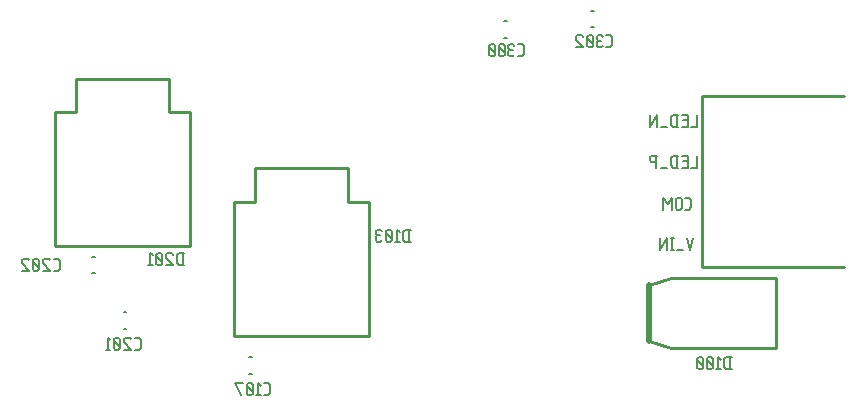
<source format=gbr>
G04 start of page 10 for group -4078 idx -4078 *
G04 Title: RspPiPS, bottomsilk *
G04 Creator: pcb 4.2.0 *
G04 CreationDate: Mon Jan 27 09:10:50 2020 UTC *
G04 For: brian *
G04 Format: Gerber/RS-274X *
G04 PCB-Dimensions (mil): 10000.00 10000.00 *
G04 PCB-Coordinate-Origin: lower left *
%MOIN*%
%FSLAX25Y25*%
%LNBOTTOMSILK*%
%ADD93C,0.0200*%
%ADD92C,0.0080*%
%ADD91C,0.0100*%
G54D91*X476378Y688976D02*X429134D01*
Y631890D01*
X476378D01*
G54D92*X427500Y678500D02*Y682500D01*
X425500Y678500D02*X427500D01*
X422800Y680700D02*X424300D01*
X422300Y678500D02*X424300D01*
Y682500D01*
X422300D02*X424300D01*
X420600Y678500D02*Y682500D01*
X419300D02*X418600Y681800D01*
Y679200D02*Y681800D01*
X419300Y678500D02*X418600Y679200D01*
X419300Y678500D02*X421100D01*
X419300Y682500D02*X421100D01*
X415400Y678500D02*X417400D01*
X414200D02*Y682500D01*
X411700Y678500D01*
Y682500D01*
X427500Y665000D02*Y669000D01*
X425500Y665000D02*X427500D01*
X422800Y667200D02*X424300D01*
X422300Y665000D02*X424300D01*
Y669000D01*
X422300D02*X424300D01*
X420600Y665000D02*Y669000D01*
X419300D02*X418600Y668300D01*
Y665700D02*Y668300D01*
X419300Y665000D02*X418600Y665700D01*
X419300Y665000D02*X421100D01*
X419300Y669000D02*X421100D01*
X415400Y665000D02*X417400D01*
X413700D02*Y669000D01*
X412200D02*X414200D01*
X412200D02*X411700Y668500D01*
Y667500D02*Y668500D01*
X412200Y667000D02*X411700Y667500D01*
X412200Y667000D02*X413700D01*
X423500Y651000D02*X424800D01*
X425500Y651700D02*X424800Y651000D01*
X425500Y651700D02*Y654300D01*
X424800Y655000D01*
X423500D02*X424800D01*
X422300Y651500D02*Y654500D01*
X421800Y655000D01*
X420800D02*X421800D01*
X420800D02*X420300Y654500D01*
Y651500D02*Y654500D01*
X420800Y651000D02*X420300Y651500D01*
X420800Y651000D02*X421800D01*
X422300Y651500D02*X421800Y651000D01*
X419100D02*Y655000D01*
X417600Y653000D01*
X416100Y655000D01*
Y651000D02*Y655000D01*
X426000Y641500D02*X425000Y637500D01*
X424000Y641500D01*
X420800Y637500D02*X422800D01*
X418600Y641500D02*X419600D01*
X419100Y637500D02*Y641500D01*
X418600Y637500D02*X419600D01*
X417400D02*Y641500D01*
X414900Y637500D01*
Y641500D01*
X363150Y713755D02*X363936D01*
X363150Y708245D02*X363936D01*
X392107Y717255D02*X392893D01*
X392107Y711745D02*X392893D01*
G54D93*X411400Y607300D02*Y625700D01*
G54D91*X418600Y628300D01*
X453800D01*
Y604700D02*Y628300D01*
X418600Y604700D02*X453800D01*
X418600D02*X411400Y607300D01*
G54D92*X278107Y601755D02*X278893D01*
X278107Y596245D02*X278893D01*
G54D91*X318093Y653674D02*Y608999D01*
X272993D02*X318093D01*
X272993Y653674D02*Y608999D01*
X280043Y664774D02*Y653674D01*
Y664774D02*X311043D01*
Y653674D01*
X272993D02*X280043D01*
X311043D02*X318093D01*
G54D92*X236387Y616802D02*X237173D01*
X236387Y611292D02*X237173D01*
X225827Y629799D02*X226613D01*
X225827Y635309D02*X226613D01*
G54D91*X258550Y683475D02*Y638800D01*
X213450D02*X258550D01*
X213450Y683475D02*Y638800D01*
X220500Y694575D02*Y683475D01*
Y694575D02*X251500D01*
Y683475D01*
X213450D02*X220500D01*
X251500D02*X258550D01*
G54D92*X256000Y632500D02*Y636500D01*
X254700D02*X254000Y635800D01*
Y633200D02*Y635800D01*
X254700Y632500D02*X254000Y633200D01*
X254700Y632500D02*X256500D01*
X254700Y636500D02*X256500D01*
X252800Y636000D02*X252300Y636500D01*
X250800D02*X252300D01*
X250800D02*X250300Y636000D01*
Y635000D02*Y636000D01*
X252800Y632500D02*X250300Y635000D01*
Y632500D02*X252800D01*
X249100Y633000D02*X248600Y632500D01*
X249100Y633000D02*Y636000D01*
X248600Y636500D01*
X247600D02*X248600D01*
X247600D02*X247100Y636000D01*
Y633000D02*Y636000D01*
X247600Y632500D02*X247100Y633000D01*
X247600Y632500D02*X248600D01*
X249100Y633500D02*X247100Y635500D01*
X245900Y635700D02*X245100Y636500D01*
Y632500D02*Y636500D01*
X244400Y632500D02*X245900D01*
X331457Y640301D02*Y644301D01*
X330157D02*X329457Y643601D01*
Y641001D02*Y643601D01*
X330157Y640301D02*X329457Y641001D01*
X330157Y640301D02*X331957D01*
X330157Y644301D02*X331957D01*
X328257Y643501D02*X327457Y644301D01*
Y640301D02*Y644301D01*
X326757Y640301D02*X328257D01*
X325557Y640801D02*X325057Y640301D01*
X325557Y640801D02*Y643801D01*
X325057Y644301D01*
X324057D02*X325057D01*
X324057D02*X323557Y643801D01*
Y640801D02*Y643801D01*
X324057Y640301D02*X323557Y640801D01*
X324057Y640301D02*X325057D01*
X325557Y641301D02*X323557Y643301D01*
X322357Y643801D02*X321857Y644301D01*
X320857D02*X321857D01*
X320857D02*X320357Y643801D01*
X320857Y640301D02*X320357Y640801D01*
X320857Y640301D02*X321857D01*
X322357Y640801D02*X321857Y640301D01*
X320857Y642501D02*X321857D01*
X320357Y643001D02*Y643801D01*
Y640801D02*Y642001D01*
X320857Y642501D01*
X320357Y643001D02*X320857Y642501D01*
X239930Y604197D02*X241230D01*
X241930Y604897D02*X241230Y604197D01*
X241930Y604897D02*Y607497D01*
X241230Y608197D01*
X239930D02*X241230D01*
X238730Y607697D02*X238230Y608197D01*
X236730D02*X238230D01*
X236730D02*X236230Y607697D01*
Y606697D02*Y607697D01*
X238730Y604197D02*X236230Y606697D01*
Y604197D02*X238730D01*
X235030Y604697D02*X234530Y604197D01*
X235030Y604697D02*Y607697D01*
X234530Y608197D01*
X233530D02*X234530D01*
X233530D02*X233030Y607697D01*
Y604697D02*Y607697D01*
X233530Y604197D02*X233030Y604697D01*
X233530Y604197D02*X234530D01*
X235030Y605197D02*X233030Y607197D01*
X231830Y607397D02*X231030Y608197D01*
Y604197D02*Y608197D01*
X230330Y604197D02*X231830D01*
X283150Y589150D02*X284450D01*
X285150Y589850D02*X284450Y589150D01*
X285150Y589850D02*Y592450D01*
X284450Y593150D01*
X283150D02*X284450D01*
X281950Y592350D02*X281150Y593150D01*
Y589150D02*Y593150D01*
X280450Y589150D02*X281950D01*
X279250Y589650D02*X278750Y589150D01*
X279250Y589650D02*Y592650D01*
X278750Y593150D01*
X277750D02*X278750D01*
X277750D02*X277250Y592650D01*
Y589650D02*Y592650D01*
X277750Y589150D02*X277250Y589650D01*
X277750Y589150D02*X278750D01*
X279250Y590150D02*X277250Y592150D01*
X275550Y589150D02*X273550Y593150D01*
X276050D01*
X212930Y630596D02*X214230D01*
X214930Y631296D02*X214230Y630596D01*
X214930Y631296D02*Y633896D01*
X214230Y634596D01*
X212930D02*X214230D01*
X211730Y634096D02*X211230Y634596D01*
X209730D02*X211230D01*
X209730D02*X209230Y634096D01*
Y633096D02*Y634096D01*
X211730Y630596D02*X209230Y633096D01*
Y630596D02*X211730D01*
X208030Y631096D02*X207530Y630596D01*
X208030Y631096D02*Y634096D01*
X207530Y634596D01*
X206530D02*X207530D01*
X206530D02*X206030Y634096D01*
Y631096D02*Y634096D01*
X206530Y630596D02*X206030Y631096D01*
X206530Y630596D02*X207530D01*
X208030Y631596D02*X206030Y633596D01*
X204830Y634096D02*X204330Y634596D01*
X202830D02*X204330D01*
X202830D02*X202330Y634096D01*
Y633096D02*Y634096D01*
X204830Y630596D02*X202330Y633096D01*
Y630596D02*X204830D01*
X367693Y702150D02*X368993D01*
X369693Y702850D02*X368993Y702150D01*
X369693Y702850D02*Y705450D01*
X368993Y706150D01*
X367693D02*X368993D01*
X366493Y705650D02*X365993Y706150D01*
X364993D02*X365993D01*
X364993D02*X364493Y705650D01*
X364993Y702150D02*X364493Y702650D01*
X364993Y702150D02*X365993D01*
X366493Y702650D02*X365993Y702150D01*
X364993Y704350D02*X365993D01*
X364493Y704850D02*Y705650D01*
Y702650D02*Y703850D01*
X364993Y704350D01*
X364493Y704850D02*X364993Y704350D01*
X363293Y702650D02*X362793Y702150D01*
X363293Y702650D02*Y705650D01*
X362793Y706150D01*
X361793D02*X362793D01*
X361793D02*X361293Y705650D01*
Y702650D02*Y705650D01*
X361793Y702150D02*X361293Y702650D01*
X361793Y702150D02*X362793D01*
X363293Y703150D02*X361293Y705150D01*
X360093Y702650D02*X359593Y702150D01*
X360093Y702650D02*Y705650D01*
X359593Y706150D01*
X358593D02*X359593D01*
X358593D02*X358093Y705650D01*
Y702650D02*Y705650D01*
X358593Y702150D02*X358093Y702650D01*
X358593Y702150D02*X359593D01*
X360093Y703150D02*X358093Y705150D01*
X397150D02*X398450D01*
X399150Y705850D02*X398450Y705150D01*
X399150Y705850D02*Y708450D01*
X398450Y709150D01*
X397150D02*X398450D01*
X395950Y708650D02*X395450Y709150D01*
X394450D02*X395450D01*
X394450D02*X393950Y708650D01*
X394450Y705150D02*X393950Y705650D01*
X394450Y705150D02*X395450D01*
X395950Y705650D02*X395450Y705150D01*
X394450Y707350D02*X395450D01*
X393950Y707850D02*Y708650D01*
Y705650D02*Y706850D01*
X394450Y707350D01*
X393950Y707850D02*X394450Y707350D01*
X392750Y705650D02*X392250Y705150D01*
X392750Y705650D02*Y708650D01*
X392250Y709150D01*
X391250D02*X392250D01*
X391250D02*X390750Y708650D01*
Y705650D02*Y708650D01*
X391250Y705150D02*X390750Y705650D01*
X391250Y705150D02*X392250D01*
X392750Y706150D02*X390750Y708150D01*
X389550Y708650D02*X389050Y709150D01*
X387550D02*X389050D01*
X387550D02*X387050Y708650D01*
Y707650D02*Y708650D01*
X389550Y705150D02*X387050Y707650D01*
Y705150D02*X389550D01*
X438500Y597800D02*Y601800D01*
X437200D02*X436500Y601100D01*
Y598500D02*Y601100D01*
X437200Y597800D02*X436500Y598500D01*
X437200Y597800D02*X439000D01*
X437200Y601800D02*X439000D01*
X435300Y601000D02*X434500Y601800D01*
Y597800D02*Y601800D01*
X433800Y597800D02*X435300D01*
X432600Y598300D02*X432100Y597800D01*
X432600Y598300D02*Y601300D01*
X432100Y601800D01*
X431100D02*X432100D01*
X431100D02*X430600Y601300D01*
Y598300D02*Y601300D01*
X431100Y597800D02*X430600Y598300D01*
X431100Y597800D02*X432100D01*
X432600Y598800D02*X430600Y600800D01*
X429400Y598300D02*X428900Y597800D01*
X429400Y598300D02*Y601300D01*
X428900Y601800D01*
X427900D02*X428900D01*
X427900D02*X427400Y601300D01*
Y598300D02*Y601300D01*
X427900Y597800D02*X427400Y598300D01*
X427900Y597800D02*X428900D01*
X429400Y598800D02*X427400Y600800D01*
M02*

</source>
